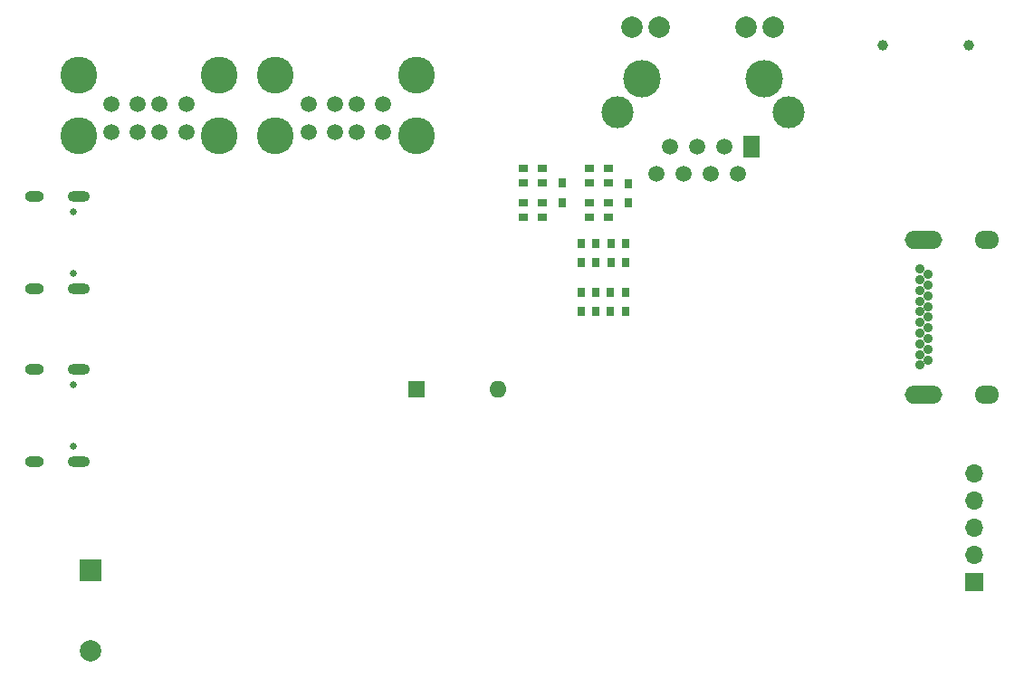
<source format=gbr>
%TF.GenerationSoftware,KiCad,Pcbnew,9.0.3-9.0.3-0~ubuntu24.04.1*%
%TF.CreationDate,2025-07-31T13:59:27+07:00*%
%TF.ProjectId,rp2040_dev,72703230-3430-45f6-9465-762e6b696361,rev?*%
%TF.SameCoordinates,Original*%
%TF.FileFunction,Soldermask,Bot*%
%TF.FilePolarity,Negative*%
%FSLAX46Y46*%
G04 Gerber Fmt 4.6, Leading zero omitted, Abs format (unit mm)*
G04 Created by KiCad (PCBNEW 9.0.3-9.0.3-0~ubuntu24.04.1) date 2025-07-31 13:59:27*
%MOMM*%
%LPD*%
G01*
G04 APERTURE LIST*
%ADD10C,3.500000*%
%ADD11R,1.500000X2.000000*%
%ADD12C,1.500000*%
%ADD13C,2.000000*%
%ADD14C,3.000000*%
%ADD15R,1.700000X1.700000*%
%ADD16O,1.700000X1.700000*%
%ADD17C,0.904000*%
%ADD18O,2.304000X1.704000*%
%ADD19O,3.504000X1.704000*%
%ADD20C,0.650000*%
%ADD21O,2.100000X1.000000*%
%ADD22O,1.800000X1.000000*%
%ADD23C,3.450000*%
%ADD24C,1.000000*%
%ADD25R,2.000000X2.000000*%
%ADD26R,1.600000X1.600000*%
%ADD27O,1.600000X1.600000*%
%ADD28R,0.900000X0.800000*%
%ADD29R,0.800000X0.900000*%
G04 APERTURE END LIST*
D10*
%TO.C,J8*%
X165686000Y-77647000D03*
X177086000Y-77647000D03*
D11*
X175946000Y-83987000D03*
D12*
X174676000Y-86527000D03*
X173406000Y-83987000D03*
X172136000Y-86527000D03*
X170866000Y-83987000D03*
X169596000Y-86527000D03*
X168326000Y-83987000D03*
X167056000Y-86527000D03*
D13*
X177966000Y-72747000D03*
X175426000Y-72747000D03*
X167266000Y-72747000D03*
X164726000Y-72747000D03*
D14*
X163386000Y-80747000D03*
X179386000Y-80747000D03*
%TD*%
D15*
%TO.C,J4*%
X196710000Y-124645000D03*
D16*
X196710000Y-122105000D03*
X196710000Y-119565000D03*
X196710000Y-117025000D03*
X196710000Y-114485000D03*
%TD*%
D17*
%TO.C,J5*%
X191633500Y-95407250D03*
X192383500Y-95907250D03*
X191633500Y-96407250D03*
X192383500Y-96907250D03*
X191633500Y-97407250D03*
X192383500Y-97907250D03*
X191633500Y-98407250D03*
X192383500Y-98907250D03*
X191633500Y-99407250D03*
X192383500Y-99907250D03*
X191633500Y-100407250D03*
X192383500Y-100907250D03*
X191633500Y-101407250D03*
X192383500Y-101907250D03*
X191633500Y-102407250D03*
X192383500Y-102907250D03*
X191633500Y-103407250D03*
X192383500Y-103907250D03*
X191633500Y-104407250D03*
D18*
X197958500Y-107157250D03*
X197958500Y-92657250D03*
D19*
X192008500Y-107157250D03*
X192008500Y-92657250D03*
%TD*%
D20*
%TO.C,J1*%
X112491000Y-106238000D03*
X112491000Y-112018000D03*
D21*
X112991000Y-104808000D03*
D22*
X108811000Y-104808000D03*
D21*
X112991000Y-113448000D03*
D22*
X108811000Y-113448000D03*
%TD*%
D12*
%TO.C,J7*%
X141477000Y-82592000D03*
X138977000Y-82592000D03*
X136977000Y-82592000D03*
X134477000Y-82592000D03*
X141477000Y-79972000D03*
X138977000Y-79972000D03*
X136977000Y-79972000D03*
X134477000Y-79972000D03*
D23*
X144547000Y-77262000D03*
X131407000Y-77262000D03*
X144547000Y-82942000D03*
X131407000Y-82942000D03*
%TD*%
D12*
%TO.C,J6*%
X123041000Y-82592000D03*
X120541000Y-82592000D03*
X118541000Y-82592000D03*
X116041000Y-82592000D03*
X123041000Y-79972000D03*
X120541000Y-79972000D03*
X118541000Y-79972000D03*
X116041000Y-79972000D03*
D23*
X126111000Y-77262000D03*
X112971000Y-77262000D03*
X126111000Y-82942000D03*
X112971000Y-82942000D03*
%TD*%
D24*
%TO.C,J3*%
X196190000Y-74459395D03*
X188200000Y-74459395D03*
%TD*%
D25*
%TO.C,BZ1*%
X114070000Y-123550000D03*
D13*
X114070000Y-131150000D03*
%TD*%
D20*
%TO.C,J2*%
X112491000Y-90074000D03*
X112491000Y-95854000D03*
D21*
X112991000Y-88644000D03*
D22*
X108811000Y-88644000D03*
D21*
X112991000Y-97284000D03*
D22*
X108811000Y-97284000D03*
%TD*%
D26*
%TO.C,SW4*%
X144599000Y-106634000D03*
D27*
X152219000Y-106634000D03*
%TD*%
D28*
%TO.C,R58*%
X156359000Y-87351000D03*
X154559000Y-87351000D03*
%TD*%
D29*
%TO.C,R48*%
X162738000Y-99356000D03*
X162738000Y-97556000D03*
%TD*%
%TO.C,R38*%
X160018000Y-94796000D03*
X160018000Y-92996000D03*
%TD*%
%TO.C,R46*%
X160028000Y-99356000D03*
X160028000Y-97556000D03*
%TD*%
D28*
%TO.C,R53*%
X162536000Y-89232000D03*
X160736000Y-89232000D03*
%TD*%
D29*
%TO.C,R52*%
X164356000Y-87392000D03*
X164356000Y-89192000D03*
%TD*%
%TO.C,R41*%
X164128000Y-94796000D03*
X164128000Y-92996000D03*
%TD*%
%TO.C,R49*%
X164128000Y-99356000D03*
X164128000Y-97556000D03*
%TD*%
%TO.C,R39*%
X161378000Y-94796000D03*
X161378000Y-92996000D03*
%TD*%
D28*
%TO.C,R50*%
X162536000Y-86002000D03*
X160736000Y-86002000D03*
%TD*%
D29*
%TO.C,R40*%
X162748000Y-94796000D03*
X162748000Y-92996000D03*
%TD*%
%TO.C,R47*%
X161378000Y-99356000D03*
X161378000Y-97556000D03*
%TD*%
D28*
%TO.C,R65*%
X156359000Y-89181000D03*
X154559000Y-89181000D03*
%TD*%
%TO.C,R51*%
X162536000Y-87362000D03*
X160736000Y-87362000D03*
%TD*%
%TO.C,R56*%
X162536000Y-90592000D03*
X160736000Y-90592000D03*
%TD*%
%TO.C,R67*%
X156359000Y-90541000D03*
X154559000Y-90541000D03*
%TD*%
%TO.C,R57*%
X156359000Y-85991000D03*
X154559000Y-85991000D03*
%TD*%
D29*
%TO.C,R61*%
X158219000Y-87381000D03*
X158219000Y-89181000D03*
%TD*%
M02*

</source>
